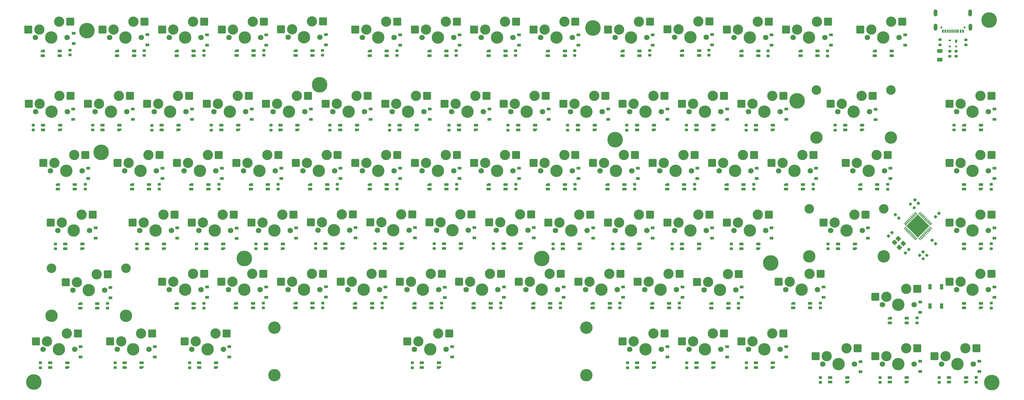
<source format=gbr>
%TF.GenerationSoftware,KiCad,Pcbnew,(6.0.6)*%
%TF.CreationDate,2022-08-08T15:17:43-04:00*%
%TF.ProjectId,Jupiter,4a757069-7465-4722-9e6b-696361645f70,rev?*%
%TF.SameCoordinates,Original*%
%TF.FileFunction,Soldermask,Bot*%
%TF.FilePolarity,Negative*%
%FSLAX46Y46*%
G04 Gerber Fmt 4.6, Leading zero omitted, Abs format (unit mm)*
G04 Created by KiCad (PCBNEW (6.0.6)) date 2022-08-08 15:17:43*
%MOMM*%
%LPD*%
G01*
G04 APERTURE LIST*
G04 Aperture macros list*
%AMRoundRect*
0 Rectangle with rounded corners*
0 $1 Rounding radius*
0 $2 $3 $4 $5 $6 $7 $8 $9 X,Y pos of 4 corners*
0 Add a 4 corners polygon primitive as box body*
4,1,4,$2,$3,$4,$5,$6,$7,$8,$9,$2,$3,0*
0 Add four circle primitives for the rounded corners*
1,1,$1+$1,$2,$3*
1,1,$1+$1,$4,$5*
1,1,$1+$1,$6,$7*
1,1,$1+$1,$8,$9*
0 Add four rect primitives between the rounded corners*
20,1,$1+$1,$2,$3,$4,$5,0*
20,1,$1+$1,$4,$5,$6,$7,0*
20,1,$1+$1,$6,$7,$8,$9,0*
20,1,$1+$1,$8,$9,$2,$3,0*%
%AMRotRect*
0 Rectangle, with rotation*
0 The origin of the aperture is its center*
0 $1 length*
0 $2 width*
0 $3 Rotation angle, in degrees counterclockwise*
0 Add horizontal line*
21,1,$1,$2,0,0,$3*%
%AMFreePoly0*
4,1,18,-0.410000,0.593000,-0.403758,0.624380,-0.385983,0.650983,-0.359380,0.668758,-0.328000,0.675000,0.328000,0.675000,0.359380,0.668758,0.385983,0.650983,0.403758,0.624380,0.410000,0.593000,0.410000,-0.593000,0.403758,-0.624380,0.385983,-0.650983,0.359380,-0.668758,0.328000,-0.675000,0.000000,-0.675000,-0.410000,-0.265000,-0.410000,0.593000,-0.410000,0.593000,$1*%
G04 Aperture macros list end*
%ADD10R,1.200000X0.900000*%
%ADD11C,5.000000*%
%ADD12C,3.048000*%
%ADD13C,3.987800*%
%ADD14C,4.000000*%
%ADD15C,1.750000*%
%ADD16RoundRect,0.250000X1.025000X1.000000X-1.025000X1.000000X-1.025000X-1.000000X1.025000X-1.000000X0*%
%ADD17C,3.300000*%
%ADD18FreePoly0,270.000000*%
%ADD19RoundRect,0.082000X-0.593000X0.328000X-0.593000X-0.328000X0.593000X-0.328000X0.593000X0.328000X0*%
%ADD20RoundRect,0.225000X-0.250000X0.225000X-0.250000X-0.225000X0.250000X-0.225000X0.250000X0.225000X0*%
%ADD21FreePoly0,90.000000*%
%ADD22RoundRect,0.082000X0.593000X-0.328000X0.593000X0.328000X-0.593000X0.328000X-0.593000X-0.328000X0*%
%ADD23RoundRect,0.225000X0.250000X-0.225000X0.250000X0.225000X-0.250000X0.225000X-0.250000X-0.225000X0*%
%ADD24RoundRect,0.225000X-0.017678X0.335876X-0.335876X0.017678X0.017678X-0.335876X0.335876X-0.017678X0*%
%ADD25RoundRect,0.200000X0.335876X0.053033X0.053033X0.335876X-0.335876X-0.053033X-0.053033X-0.335876X0*%
%ADD26RoundRect,0.200000X-0.275000X0.200000X-0.275000X-0.200000X0.275000X-0.200000X0.275000X0.200000X0*%
%ADD27RotRect,1.400000X1.200000X315.000000*%
%ADD28R,1.100000X1.800000*%
%ADD29RoundRect,0.250000X-0.625000X0.375000X-0.625000X-0.375000X0.625000X-0.375000X0.625000X0.375000X0*%
%ADD30RoundRect,0.225000X0.335876X0.017678X0.017678X0.335876X-0.335876X-0.017678X-0.017678X-0.335876X0*%
%ADD31R,0.700000X0.600000*%
%ADD32R,0.700000X1.000000*%
%ADD33RoundRect,0.225000X-0.335876X-0.017678X-0.017678X-0.335876X0.335876X0.017678X0.017678X0.335876X0*%
%ADD34O,1.200000X2.250000*%
%ADD35R,0.540000X1.100000*%
%ADD36R,0.300000X1.100000*%
%ADD37C,0.650000*%
%ADD38RoundRect,0.200000X0.053033X-0.335876X0.335876X-0.053033X-0.053033X0.335876X-0.335876X0.053033X0*%
%ADD39RotRect,5.200000X5.200000X135.000000*%
%ADD40RoundRect,0.062500X0.380070X0.291682X0.291682X0.380070X-0.380070X-0.291682X-0.291682X-0.380070X0*%
%ADD41RoundRect,0.062500X0.380070X-0.291682X-0.291682X0.380070X-0.380070X0.291682X0.291682X-0.380070X0*%
%ADD42RoundRect,0.225000X0.017678X-0.335876X0.335876X-0.017678X-0.017678X0.335876X-0.335876X0.017678X0*%
G04 APERTURE END LIST*
D10*
%TO.C,D82*%
X363200000Y-184337500D03*
X363200000Y-181037500D03*
%TD*%
%TO.C,D81*%
X344200000Y-184350000D03*
X344200000Y-181050000D03*
%TD*%
%TO.C,D80*%
X325100000Y-184437500D03*
X325100000Y-181137500D03*
%TD*%
%TO.C,D79*%
X301300000Y-179650000D03*
X301300000Y-176350000D03*
%TD*%
%TO.C,D78*%
X282300000Y-179637500D03*
X282300000Y-176337500D03*
%TD*%
%TO.C,D77*%
X263200000Y-179637500D03*
X263200000Y-176337500D03*
%TD*%
%TO.C,D76*%
X194200000Y-179637500D03*
X194200000Y-176337500D03*
%TD*%
%TO.C,D75*%
X122700000Y-179650000D03*
X122700000Y-176350000D03*
%TD*%
%TO.C,D74*%
X98900000Y-179650000D03*
X98900000Y-176350000D03*
%TD*%
%TO.C,D73*%
X75100000Y-179637500D03*
X75100000Y-176337500D03*
%TD*%
%TO.C,D72*%
X368000000Y-157237500D03*
X368000000Y-160537500D03*
%TD*%
%TO.C,D71*%
X344200000Y-162037500D03*
X344200000Y-165337500D03*
%TD*%
%TO.C,D70*%
X313200000Y-157237500D03*
X313200000Y-160537500D03*
%TD*%
%TO.C,D69*%
X287000000Y-157237500D03*
X287000000Y-160537500D03*
%TD*%
%TO.C,D68*%
X268000000Y-157237500D03*
X268000000Y-160537500D03*
%TD*%
%TO.C,D67*%
X249000000Y-157250000D03*
X249000000Y-160550000D03*
%TD*%
%TO.C,D66*%
X229900000Y-157250000D03*
X229900000Y-160550000D03*
%TD*%
%TO.C,D65*%
X210800000Y-157237500D03*
X210800000Y-160537500D03*
%TD*%
%TO.C,D64*%
X191800000Y-157337500D03*
X191800000Y-160637500D03*
%TD*%
%TO.C,D63*%
X172800000Y-157250000D03*
X172800000Y-160550000D03*
%TD*%
%TO.C,D62*%
X153700000Y-157137500D03*
X153700000Y-160437500D03*
%TD*%
%TO.C,D61*%
X134600000Y-157237500D03*
X134600000Y-160537500D03*
%TD*%
%TO.C,D60*%
X115600000Y-157237500D03*
X115600000Y-160537500D03*
%TD*%
%TO.C,D59*%
X84600000Y-157350000D03*
X84600000Y-160650000D03*
%TD*%
%TO.C,D58*%
X368000000Y-141550000D03*
X368000000Y-138250000D03*
%TD*%
%TO.C,D57*%
X327500000Y-141537500D03*
X327500000Y-138237500D03*
%TD*%
%TO.C,D56*%
X296600000Y-141550000D03*
X296600000Y-138250000D03*
%TD*%
%TO.C,D55*%
X277500000Y-141550000D03*
X277500000Y-138250000D03*
%TD*%
%TO.C,D54*%
X258500000Y-141537500D03*
X258500000Y-138237500D03*
%TD*%
%TO.C,D53*%
X239400000Y-141537500D03*
X239400000Y-138237500D03*
%TD*%
%TO.C,D52*%
X220400000Y-141437500D03*
X220400000Y-138137500D03*
%TD*%
%TO.C,D51*%
X201300000Y-141450000D03*
X201300000Y-138150000D03*
%TD*%
%TO.C,D50*%
X182300000Y-141437500D03*
X182300000Y-138137500D03*
%TD*%
%TO.C,D49*%
X163200000Y-141462500D03*
X163200000Y-138162500D03*
%TD*%
%TO.C,D48*%
X144200000Y-141537500D03*
X144200000Y-138237500D03*
%TD*%
%TO.C,D47*%
X125100000Y-141637500D03*
X125100000Y-138337500D03*
%TD*%
%TO.C,D46*%
X106100000Y-141537500D03*
X106100000Y-138237500D03*
%TD*%
%TO.C,D45*%
X79900000Y-141537500D03*
X79900000Y-138237500D03*
%TD*%
%TO.C,D44*%
X368000000Y-119137500D03*
X368000000Y-122437500D03*
%TD*%
%TO.C,D43*%
X334700000Y-119137500D03*
X334700000Y-122437500D03*
%TD*%
%TO.C,D42*%
X310900000Y-119137500D03*
X310900000Y-122437500D03*
%TD*%
%TO.C,D41*%
X291800000Y-119137500D03*
X291800000Y-122437500D03*
%TD*%
%TO.C,D40*%
X272800000Y-119137500D03*
X272800000Y-122437500D03*
%TD*%
%TO.C,D39*%
X253700000Y-119150000D03*
X253700000Y-122450000D03*
%TD*%
%TO.C,D38*%
X234700000Y-119137500D03*
X234700000Y-122437500D03*
%TD*%
%TO.C,D37*%
X215600000Y-119137500D03*
X215600000Y-122437500D03*
%TD*%
%TO.C,D36*%
X196600000Y-119150000D03*
X196600000Y-122450000D03*
%TD*%
%TO.C,D35*%
X177500000Y-119150000D03*
X177500000Y-122450000D03*
%TD*%
%TO.C,D34*%
X158400000Y-119137500D03*
X158400000Y-122437500D03*
%TD*%
%TO.C,D33*%
X139400000Y-119137500D03*
X139400000Y-122437500D03*
%TD*%
%TO.C,D32*%
X120400000Y-119137500D03*
X120400000Y-122437500D03*
%TD*%
%TO.C,D31*%
X101300000Y-119150000D03*
X101300000Y-122450000D03*
%TD*%
%TO.C,D30*%
X77500000Y-119150000D03*
X77500000Y-122450000D03*
%TD*%
%TO.C,D29*%
X368000000Y-103450000D03*
X368000000Y-100150000D03*
%TD*%
%TO.C,D28*%
X329900000Y-103550000D03*
X329900000Y-100250000D03*
%TD*%
%TO.C,D27*%
X301300000Y-103437500D03*
X301300000Y-100137500D03*
%TD*%
%TO.C,D26*%
X282300000Y-103437500D03*
X282300000Y-100137500D03*
%TD*%
%TO.C,D25*%
X263200000Y-103450000D03*
X263200000Y-100150000D03*
%TD*%
%TO.C,D24*%
X244200000Y-103437500D03*
X244200000Y-100137500D03*
%TD*%
%TO.C,D23*%
X225100000Y-103450000D03*
X225100000Y-100150000D03*
%TD*%
%TO.C,D22*%
X206100000Y-103437500D03*
X206100000Y-100137500D03*
%TD*%
%TO.C,D21*%
X187000000Y-103450000D03*
X187000000Y-100150000D03*
%TD*%
%TO.C,D20*%
X168000000Y-103437500D03*
X168000000Y-100137500D03*
%TD*%
%TO.C,D19*%
X148900000Y-103437500D03*
X148900000Y-100137500D03*
%TD*%
%TO.C,D18*%
X129900000Y-103437500D03*
X129900000Y-100137500D03*
%TD*%
%TO.C,D17*%
X110800000Y-103437500D03*
X110800000Y-100137500D03*
%TD*%
%TO.C,D16*%
X91800000Y-103450000D03*
X91800000Y-100150000D03*
%TD*%
%TO.C,D15*%
X72700000Y-103437500D03*
X72700000Y-100137500D03*
%TD*%
%TO.C,D14*%
X339400000Y-79637500D03*
X339400000Y-76337500D03*
%TD*%
%TO.C,D13*%
X315600000Y-79650000D03*
X315600000Y-76350000D03*
%TD*%
%TO.C,D12*%
X296600000Y-79650000D03*
X296600000Y-76350000D03*
%TD*%
%TO.C,D11*%
X277500000Y-79550000D03*
X277500000Y-76250000D03*
%TD*%
%TO.C,D10*%
X258500000Y-79650000D03*
X258500000Y-76350000D03*
%TD*%
%TO.C,D9*%
X234700000Y-79637500D03*
X234700000Y-76337500D03*
%TD*%
%TO.C,D8*%
X215600000Y-79662500D03*
X215600000Y-76362500D03*
%TD*%
%TO.C,D7*%
X196600000Y-79650000D03*
X196600000Y-76350000D03*
%TD*%
%TO.C,D6*%
X177500000Y-79650000D03*
X177500000Y-76350000D03*
%TD*%
%TO.C,D5*%
X153700000Y-79562500D03*
X153700000Y-76262500D03*
%TD*%
%TO.C,D4*%
X134600000Y-79637500D03*
X134600000Y-76337500D03*
%TD*%
%TO.C,D3*%
X115600000Y-79650000D03*
X115600000Y-76350000D03*
%TD*%
%TO.C,D2*%
X96500000Y-79550000D03*
X96500000Y-76250000D03*
%TD*%
%TO.C,D1*%
X72900000Y-75850000D03*
X72900000Y-79150000D03*
%TD*%
D11*
%TO.C,*%
X222900000Y-148100000D03*
%TD*%
%TO.C,*%
X239300000Y-74200000D03*
%TD*%
%TO.C,*%
X246400000Y-110000000D03*
%TD*%
%TO.C,*%
X367200000Y-187900000D03*
%TD*%
%TO.C,*%
X366300000Y-71600000D03*
%TD*%
%TO.C,*%
X77100000Y-75000000D03*
%TD*%
%TO.C,*%
X60100000Y-187700000D03*
%TD*%
D12*
%TO.C,REF\u002A\u002A*%
X65793750Y-151215000D03*
D13*
X89606250Y-166455000D03*
D12*
X89606250Y-151215000D03*
D13*
X65793750Y-166455000D03*
%TD*%
D11*
%TO.C,*%
X304800000Y-97500000D03*
%TD*%
D13*
%TO.C,REF\u002A\u002A*%
X237206250Y-185455000D03*
D14*
X237206250Y-170215000D03*
X137193750Y-170215000D03*
D13*
X137193750Y-185455000D03*
%TD*%
%TO.C,REF\u002A\u002A*%
X332506250Y-147355000D03*
D12*
X332506250Y-132115000D03*
D13*
X308693750Y-147355000D03*
D12*
X308693750Y-132115000D03*
%TD*%
%TO.C,REF\u002A\u002A*%
X310993750Y-94015000D03*
D13*
X310993750Y-109255000D03*
D12*
X334806250Y-94015000D03*
D13*
X334806250Y-109255000D03*
%TD*%
D11*
%TO.C,*%
X151700000Y-92400000D03*
%TD*%
%TO.C,*%
X127600000Y-148100000D03*
%TD*%
%TO.C,*%
X81700000Y-114000000D03*
%TD*%
%TO.C,*%
X296300000Y-149500000D03*
%TD*%
D15*
%TO.C,K_T1*%
X175580000Y-120000000D03*
X165420000Y-120000000D03*
D13*
X170500000Y-120000000D03*
D16*
X163140000Y-117460000D03*
D17*
X166690000Y-117460000D03*
X173040000Y-114920000D03*
D16*
X176590000Y-114920000D03*
%TD*%
D18*
%TO.C,LED_R1*%
X148675000Y-124330000D03*
D19*
X148675000Y-125830000D03*
X154125000Y-124330000D03*
X154125000Y-125830000D03*
%TD*%
D13*
%TO.C,K_E1*%
X132400000Y-120000000D03*
D15*
X127320000Y-120000000D03*
X137480000Y-120000000D03*
D16*
X125040000Y-117460000D03*
D17*
X128590000Y-117460000D03*
X134940000Y-114920000D03*
D16*
X138490000Y-114920000D03*
%TD*%
D15*
%TO.C,K_pgUp1*%
X366080000Y-120000000D03*
X355920000Y-120000000D03*
D13*
X361000000Y-120000000D03*
D17*
X357190000Y-117460000D03*
D16*
X353640000Y-117460000D03*
D17*
X363540000Y-114920000D03*
D16*
X367090000Y-114920000D03*
%TD*%
D20*
%TO.C,C29*%
X193200000Y-106900000D03*
X193200000Y-105350000D03*
%TD*%
D21*
%TO.C,LED_quote1*%
X292325000Y-144930000D03*
D22*
X292325000Y-143430000D03*
X286875000Y-144930000D03*
X286875000Y-143430000D03*
%TD*%
D23*
%TO.C,C64*%
X114600000Y-162450000D03*
X114600000Y-164000000D03*
%TD*%
D20*
%TO.C,C26*%
X136100000Y-106900000D03*
X136100000Y-105350000D03*
%TD*%
D15*
%TO.C,K_rightArrow1*%
X351120000Y-181900000D03*
D13*
X356200000Y-181900000D03*
D15*
X361280000Y-181900000D03*
D16*
X348840000Y-179360000D03*
D17*
X352390000Y-179360000D03*
X358740000Y-176820000D03*
D16*
X362290000Y-176820000D03*
%TD*%
D21*
%TO.C,LED_5*%
X163725000Y-106830000D03*
D22*
X163725000Y-105330000D03*
X158275000Y-106830000D03*
X158275000Y-105330000D03*
%TD*%
D24*
%TO.C,C5*%
X344083984Y-147026016D03*
X345180000Y-145930000D03*
%TD*%
D18*
%TO.C,LED_leftShift1*%
X74975000Y-162530000D03*
D19*
X74975000Y-164030000D03*
X80425000Y-162530000D03*
X80425000Y-164030000D03*
%TD*%
D23*
%TO.C,C8*%
X71700000Y-81250000D03*
X71700000Y-82800000D03*
%TD*%
%TO.C,C69*%
X209800000Y-162350000D03*
X209800000Y-163900000D03*
%TD*%
D13*
%TO.C,K_B1*%
X184800000Y-158100000D03*
D15*
X189880000Y-158100000D03*
X179720000Y-158100000D03*
D16*
X177440000Y-155560000D03*
D17*
X180990000Y-155560000D03*
D16*
X190890000Y-153020000D03*
D17*
X187340000Y-153020000D03*
%TD*%
D20*
%TO.C,C59*%
X245700000Y-144950000D03*
X245700000Y-143400000D03*
%TD*%
D23*
%TO.C,C49*%
X76600000Y-124250000D03*
X76600000Y-125800000D03*
%TD*%
D18*
%TO.C,LED_F5*%
X167775000Y-81530000D03*
D19*
X167775000Y-83030000D03*
X173225000Y-81530000D03*
X173225000Y-83030000D03*
%TD*%
D23*
%TO.C,C40*%
X252700000Y-124250000D03*
X252700000Y-125800000D03*
%TD*%
%TO.C,C73*%
X286000000Y-162450000D03*
X286000000Y-164000000D03*
%TD*%
D25*
%TO.C,R2*%
X341133274Y-130633274D03*
X342300000Y-131800000D03*
%TD*%
D23*
%TO.C,C66*%
X152700000Y-162350000D03*
X152700000Y-163900000D03*
%TD*%
%TO.C,C21*%
X355100000Y-105300000D03*
X355100000Y-106850000D03*
%TD*%
D20*
%TO.C,C79*%
X181400000Y-183100000D03*
X181400000Y-181550000D03*
%TD*%
D23*
%TO.C,C67*%
X171800000Y-162350000D03*
X171800000Y-163900000D03*
%TD*%
D15*
%TO.C,K_G1*%
X180380000Y-139000000D03*
X170220000Y-139000000D03*
D13*
X175300000Y-139000000D03*
D17*
X171490000Y-136460000D03*
D16*
X167940000Y-136460000D03*
X181390000Y-133920000D03*
D17*
X177840000Y-133920000D03*
%TD*%
D20*
%TO.C,C31*%
X231200000Y-106900000D03*
X231200000Y-105350000D03*
%TD*%
D21*
%TO.C,LED_tilda1*%
X68525000Y-106830000D03*
D22*
X68525000Y-105330000D03*
X63075000Y-106830000D03*
X63075000Y-105330000D03*
%TD*%
D20*
%TO.C,C60*%
X264700000Y-144950000D03*
X264700000Y-143400000D03*
%TD*%
D15*
%TO.C,K_I1*%
X222520000Y-120000000D03*
X232680000Y-120000000D03*
D13*
X227600000Y-120000000D03*
D17*
X223790000Y-117460000D03*
D16*
X220240000Y-117460000D03*
D17*
X230140000Y-114920000D03*
D16*
X233690000Y-114920000D03*
%TD*%
D20*
%TO.C,C52*%
X112200000Y-144950000D03*
X112200000Y-143400000D03*
%TD*%
D13*
%TO.C,K_V1*%
X165800000Y-158100000D03*
D15*
X160720000Y-158100000D03*
X170880000Y-158100000D03*
D17*
X161990000Y-155560000D03*
D16*
X158440000Y-155560000D03*
X171890000Y-153020000D03*
D17*
X168340000Y-153020000D03*
%TD*%
D20*
%TO.C,C27*%
X155000000Y-106900000D03*
X155000000Y-105350000D03*
%TD*%
D21*
%TO.C,LED_J1*%
X216125000Y-144830000D03*
D22*
X216125000Y-143330000D03*
X210675000Y-144830000D03*
X210675000Y-143330000D03*
%TD*%
D21*
%TO.C,LED_rightAlt1*%
X258925000Y-183030000D03*
D22*
X258925000Y-181530000D03*
X253475000Y-183030000D03*
X253475000Y-181530000D03*
%TD*%
D21*
%TO.C,LED_D1*%
X139925000Y-144930000D03*
D22*
X139925000Y-143430000D03*
X134475000Y-144930000D03*
X134475000Y-143430000D03*
%TD*%
D23*
%TO.C,C20*%
X314500000Y-81550000D03*
X314500000Y-83100000D03*
%TD*%
D21*
%TO.C,LED_4*%
X144625000Y-106830000D03*
D22*
X144625000Y-105330000D03*
X139175000Y-106830000D03*
X139175000Y-105330000D03*
%TD*%
D23*
%TO.C,C65*%
X133700000Y-162350000D03*
X133700000Y-163900000D03*
%TD*%
D15*
%TO.C,K_enter1*%
X325680000Y-139100000D03*
D13*
X320600000Y-139100000D03*
D15*
X315520000Y-139100000D03*
D17*
X316790000Y-136560000D03*
D16*
X313240000Y-136560000D03*
X326690000Y-134020000D03*
D17*
X323140000Y-134020000D03*
%TD*%
D20*
%TO.C,C87*%
X367000000Y-163950000D03*
X367000000Y-162400000D03*
%TD*%
D23*
%TO.C,C74*%
X312200000Y-162350000D03*
X312200000Y-163900000D03*
%TD*%
%TO.C,C46*%
X138400000Y-124250000D03*
X138400000Y-125800000D03*
%TD*%
D21*
%TO.C,LED_6*%
X182825000Y-106830000D03*
D22*
X182825000Y-105330000D03*
X177375000Y-106830000D03*
X177375000Y-105330000D03*
%TD*%
D21*
%TO.C,LED_equals1*%
X297025000Y-106830000D03*
D22*
X297025000Y-105330000D03*
X291575000Y-106830000D03*
X291575000Y-105330000D03*
%TD*%
D18*
%TO.C,LED_N1*%
X201075000Y-162430000D03*
D19*
X201075000Y-163930000D03*
X206525000Y-162430000D03*
X206525000Y-163930000D03*
%TD*%
D23*
%TO.C,C41*%
X233600000Y-124250000D03*
X233600000Y-125800000D03*
%TD*%
D15*
%TO.C,K_end1*%
X366080000Y-158100000D03*
D13*
X361000000Y-158100000D03*
D15*
X355920000Y-158100000D03*
D17*
X357190000Y-155560000D03*
D16*
X353640000Y-155560000D03*
X367090000Y-153020000D03*
D17*
X363540000Y-153020000D03*
%TD*%
D18*
%TO.C,LED_rightShift1*%
X303475000Y-162430000D03*
D19*
X303475000Y-163930000D03*
X308925000Y-162430000D03*
X308925000Y-163930000D03*
%TD*%
D18*
%TO.C,LED_P1*%
X263075000Y-124330000D03*
D19*
X263075000Y-125830000D03*
X268525000Y-124330000D03*
X268525000Y-125830000D03*
%TD*%
D15*
%TO.C,K_tilda1*%
X60720000Y-101000000D03*
D13*
X65800000Y-101000000D03*
D15*
X70880000Y-101000000D03*
D17*
X61990000Y-98460000D03*
D16*
X58440000Y-98460000D03*
D17*
X68340000Y-95920000D03*
D16*
X71890000Y-95920000D03*
%TD*%
D18*
%TO.C,LED_F4*%
X143975000Y-81430000D03*
D19*
X143975000Y-82930000D03*
X149425000Y-81430000D03*
X149425000Y-82930000D03*
%TD*%
D18*
%TO.C,LED_upArrow1*%
X334475000Y-167230000D03*
D19*
X334475000Y-168730000D03*
X339925000Y-167230000D03*
X339925000Y-168730000D03*
%TD*%
D18*
%TO.C,LED_F6*%
X186875000Y-81530000D03*
D19*
X186875000Y-83030000D03*
X192325000Y-81530000D03*
X192325000Y-83030000D03*
%TD*%
D18*
%TO.C,LED_X1*%
X124875000Y-162430000D03*
D19*
X124875000Y-163930000D03*
X130325000Y-162430000D03*
X130325000Y-163930000D03*
%TD*%
D13*
%TO.C,K_rightAlt1*%
X256200000Y-177200000D03*
D15*
X261280000Y-177200000D03*
X251120000Y-177200000D03*
D17*
X252390000Y-174660000D03*
D16*
X248840000Y-174660000D03*
D17*
X258740000Y-172120000D03*
D16*
X262290000Y-172120000D03*
%TD*%
D18*
%TO.C,LED_esc1*%
X62975000Y-81530000D03*
D19*
X62975000Y-83030000D03*
X68425000Y-81530000D03*
X68425000Y-83030000D03*
%TD*%
D21*
%TO.C,LED_K1*%
X235125000Y-144930000D03*
D22*
X235125000Y-143430000D03*
X229675000Y-144930000D03*
X229675000Y-143430000D03*
%TD*%
D15*
%TO.C,K_7*%
X194020000Y-101000000D03*
X204180000Y-101000000D03*
D13*
X199100000Y-101000000D03*
D17*
X195290000Y-98460000D03*
D16*
X191740000Y-98460000D03*
D17*
X201640000Y-95920000D03*
D16*
X205190000Y-95920000D03*
%TD*%
D13*
%TO.C,K_A1*%
X99100000Y-139100000D03*
D15*
X94020000Y-139100000D03*
X104180000Y-139100000D03*
D16*
X91740000Y-136560000D03*
D17*
X95290000Y-136560000D03*
X101640000Y-134020000D03*
D16*
X105190000Y-134020000D03*
%TD*%
D20*
%TO.C,C22*%
X59900000Y-106850000D03*
X59900000Y-105300000D03*
%TD*%
%TO.C,C30*%
X212100000Y-106900000D03*
X212100000Y-105350000D03*
%TD*%
D15*
%TO.C,K_home1*%
X366080000Y-101000000D03*
D13*
X361000000Y-101000000D03*
D15*
X355920000Y-101000000D03*
D16*
X353640000Y-98460000D03*
D17*
X357190000Y-98460000D03*
X363540000Y-95920000D03*
D16*
X367090000Y-95920000D03*
%TD*%
D15*
%TO.C,K_space1*%
X182120000Y-177200000D03*
X192280000Y-177200000D03*
D13*
X187200000Y-177200000D03*
D17*
X183390000Y-174660000D03*
D16*
X179840000Y-174660000D03*
D17*
X189740000Y-172120000D03*
D16*
X193290000Y-172120000D03*
%TD*%
D18*
%TO.C,LED_F2*%
X105875000Y-81530000D03*
D19*
X105875000Y-83030000D03*
X111325000Y-81530000D03*
X111325000Y-83030000D03*
%TD*%
D23*
%TO.C,C39*%
X271900000Y-124250000D03*
X271900000Y-125800000D03*
%TD*%
%TO.C,C13*%
X176500000Y-81450000D03*
X176500000Y-83000000D03*
%TD*%
D18*
%TO.C,LED_F7*%
X205875000Y-81530000D03*
D19*
X205875000Y-83030000D03*
X211325000Y-81530000D03*
X211325000Y-83030000D03*
%TD*%
D20*
%TO.C,C57*%
X207400000Y-144850000D03*
X207400000Y-143300000D03*
%TD*%
D24*
%TO.C,C4*%
X349103984Y-134696016D03*
X350200000Y-133600000D03*
%TD*%
D18*
%TO.C,LED_Z1*%
X105875000Y-162530000D03*
D19*
X105875000Y-164030000D03*
X111325000Y-162530000D03*
X111325000Y-164030000D03*
%TD*%
D26*
%TO.C,R4*%
X355750000Y-81600000D03*
X355750000Y-83250000D03*
%TD*%
D21*
%TO.C,LED_minus1*%
X277975000Y-106810000D03*
D22*
X277975000Y-105310000D03*
X272525000Y-106810000D03*
X272525000Y-105310000D03*
%TD*%
D20*
%TO.C,C58*%
X226500000Y-144950000D03*
X226500000Y-143400000D03*
%TD*%
D15*
%TO.C,K_U1*%
X213680000Y-120000000D03*
D13*
X208600000Y-120000000D03*
D15*
X203520000Y-120000000D03*
D16*
X201240000Y-117460000D03*
D17*
X204790000Y-117460000D03*
D16*
X214690000Y-114920000D03*
D17*
X211140000Y-114920000D03*
%TD*%
D21*
%TO.C,LED_A1*%
X101825000Y-144930000D03*
D22*
X101825000Y-143430000D03*
X96375000Y-144930000D03*
X96375000Y-143430000D03*
%TD*%
D20*
%TO.C,C84*%
X331400000Y-187800000D03*
X331400000Y-186250000D03*
%TD*%
%TO.C,C51*%
X93100000Y-144950000D03*
X93100000Y-143400000D03*
%TD*%
D27*
%TO.C,Y1*%
X336021142Y-142923223D03*
X337576777Y-144478858D03*
X338778858Y-143276777D03*
X337223223Y-141721142D03*
%TD*%
D13*
%TO.C,K_leftAlt1*%
X115800000Y-177200000D03*
D15*
X120880000Y-177200000D03*
X110720000Y-177200000D03*
D16*
X108440000Y-174660000D03*
D17*
X111990000Y-174660000D03*
D16*
X121890000Y-172120000D03*
D17*
X118340000Y-172120000D03*
%TD*%
D21*
%TO.C,LED_H1*%
X197025000Y-144830000D03*
D22*
X197025000Y-143330000D03*
X191575000Y-144830000D03*
X191575000Y-143330000D03*
%TD*%
D23*
%TO.C,C44*%
X176500000Y-124250000D03*
X176500000Y-125800000D03*
%TD*%
D18*
%TO.C,LED_F11*%
X286875000Y-81530000D03*
D19*
X286875000Y-83030000D03*
X292325000Y-81530000D03*
X292325000Y-83030000D03*
%TD*%
D18*
%TO.C,LED_M1*%
X220175000Y-162430000D03*
D19*
X220175000Y-163930000D03*
X225625000Y-162430000D03*
X225625000Y-163930000D03*
%TD*%
D18*
%TO.C,LED_closeBracket1*%
X301175000Y-124330000D03*
D19*
X301175000Y-125830000D03*
X306625000Y-124330000D03*
X306625000Y-125830000D03*
%TD*%
D21*
%TO.C,LED_windows1*%
X94625000Y-183030000D03*
D22*
X94625000Y-181530000D03*
X89175000Y-183030000D03*
X89175000Y-181530000D03*
%TD*%
D23*
%TO.C,C48*%
X100300000Y-124250000D03*
X100300000Y-125800000D03*
%TD*%
D13*
%TO.C,K_F2*%
X108600000Y-77200000D03*
D15*
X113680000Y-77200000D03*
X103520000Y-77200000D03*
D16*
X101240000Y-74660000D03*
D17*
X104790000Y-74660000D03*
D16*
X114690000Y-72120000D03*
D17*
X111140000Y-72120000D03*
%TD*%
D21*
%TO.C,LED_rightControl1*%
X297025000Y-183030000D03*
D22*
X297025000Y-181530000D03*
X291575000Y-183030000D03*
X291575000Y-181530000D03*
%TD*%
D23*
%TO.C,C37*%
X309900000Y-124250000D03*
X309900000Y-125800000D03*
%TD*%
D13*
%TO.C,K_F3*%
X127700000Y-77200000D03*
D15*
X132780000Y-77200000D03*
X122620000Y-77200000D03*
D16*
X120340000Y-74660000D03*
D17*
X123890000Y-74660000D03*
D16*
X133790000Y-72120000D03*
D17*
X130240000Y-72120000D03*
%TD*%
D23*
%TO.C,C9*%
X95500000Y-81450000D03*
X95500000Y-83000000D03*
%TD*%
D15*
%TO.C,K_M1*%
X217820000Y-158100000D03*
D13*
X222900000Y-158100000D03*
D15*
X227980000Y-158100000D03*
D16*
X215540000Y-155560000D03*
D17*
X219090000Y-155560000D03*
D16*
X228990000Y-153020000D03*
D17*
X225440000Y-153020000D03*
%TD*%
D15*
%TO.C,K_windows1*%
X86820000Y-177200000D03*
D13*
X91900000Y-177200000D03*
D15*
X96980000Y-177200000D03*
D16*
X84540000Y-174660000D03*
D17*
X88090000Y-174660000D03*
D16*
X97990000Y-172120000D03*
D17*
X94440000Y-172120000D03*
%TD*%
D20*
%TO.C,C32*%
X250200000Y-106900000D03*
X250200000Y-105350000D03*
%TD*%
D15*
%TO.C,K_R1*%
X146320000Y-120000000D03*
X156480000Y-120000000D03*
D13*
X151400000Y-120000000D03*
D17*
X147590000Y-117460000D03*
D16*
X144040000Y-117460000D03*
D17*
X153940000Y-114920000D03*
D16*
X157490000Y-114920000D03*
%TD*%
D23*
%TO.C,C71*%
X248000000Y-162350000D03*
X248000000Y-163900000D03*
%TD*%
D20*
%TO.C,C76*%
X62200000Y-183100000D03*
X62200000Y-181550000D03*
%TD*%
D15*
%TO.C,K_2*%
X98720000Y-101000000D03*
D13*
X103800000Y-101000000D03*
D15*
X108880000Y-101000000D03*
D16*
X96440000Y-98460000D03*
D17*
X99990000Y-98460000D03*
D16*
X109890000Y-95920000D03*
D17*
X106340000Y-95920000D03*
%TD*%
D15*
%TO.C,K_leftShift1*%
X82780000Y-158200000D03*
D13*
X77700000Y-158200000D03*
D15*
X72620000Y-158200000D03*
D17*
X73890000Y-155660000D03*
D16*
X70340000Y-155660000D03*
D17*
X80240000Y-153120000D03*
D16*
X83790000Y-153120000D03*
%TD*%
D28*
%TO.C,SW1*%
X351050000Y-157100000D03*
X347350000Y-163300000D03*
X347350000Y-157100000D03*
X351050000Y-163300000D03*
%TD*%
D15*
%TO.C,K_F1*%
X94580000Y-77200000D03*
D13*
X89500000Y-77200000D03*
D15*
X84420000Y-77200000D03*
D16*
X82140000Y-74660000D03*
D17*
X85690000Y-74660000D03*
X92040000Y-72120000D03*
D16*
X95590000Y-72120000D03*
%TD*%
D21*
%TO.C,LED_function1*%
X277925000Y-183030000D03*
D22*
X277925000Y-181530000D03*
X272475000Y-183030000D03*
X272475000Y-181530000D03*
%TD*%
D13*
%TO.C,K_9*%
X237200000Y-101000000D03*
D15*
X232120000Y-101000000D03*
X242280000Y-101000000D03*
D17*
X233390000Y-98460000D03*
D16*
X229840000Y-98460000D03*
D17*
X239740000Y-95920000D03*
D16*
X243290000Y-95920000D03*
%TD*%
D20*
%TO.C,C35*%
X317000000Y-106900000D03*
X317000000Y-105350000D03*
%TD*%
D21*
%TO.C,LED_3*%
X125625000Y-106830000D03*
D22*
X125625000Y-105330000D03*
X120175000Y-106830000D03*
X120175000Y-105330000D03*
%TD*%
D21*
%TO.C,LED_7*%
X201825000Y-106830000D03*
D22*
X201825000Y-105330000D03*
X196375000Y-106830000D03*
X196375000Y-105330000D03*
%TD*%
D15*
%TO.C,K_D1*%
X142280000Y-139100000D03*
D13*
X137200000Y-139100000D03*
D15*
X132120000Y-139100000D03*
D16*
X129840000Y-136560000D03*
D17*
X133390000Y-136560000D03*
X139740000Y-134020000D03*
D16*
X143290000Y-134020000D03*
%TD*%
D18*
%TO.C,LED_C1*%
X143985000Y-162370000D03*
D19*
X143985000Y-163870000D03*
X149435000Y-162370000D03*
X149435000Y-163870000D03*
%TD*%
D29*
%TO.C,F1*%
X350500000Y-81500000D03*
X350500000Y-84300000D03*
%TD*%
D18*
%TO.C,LED_F9*%
X248775000Y-81530000D03*
D19*
X248775000Y-83030000D03*
X254225000Y-81530000D03*
X254225000Y-83030000D03*
%TD*%
D15*
%TO.C,K_leftArrow1*%
X313020000Y-181900000D03*
X323180000Y-181900000D03*
D13*
X318100000Y-181900000D03*
D17*
X314290000Y-179360000D03*
D16*
X310740000Y-179360000D03*
X324190000Y-176820000D03*
D17*
X320640000Y-176820000D03*
%TD*%
D23*
%TO.C,C38*%
X290900000Y-124250000D03*
X290900000Y-125800000D03*
%TD*%
D20*
%TO.C,C56*%
X188400000Y-144850000D03*
X188400000Y-143300000D03*
%TD*%
D15*
%TO.C,K_F11*%
X284520000Y-77200000D03*
X294680000Y-77200000D03*
D13*
X289600000Y-77200000D03*
D17*
X285790000Y-74660000D03*
D16*
X282240000Y-74660000D03*
D17*
X292140000Y-72120000D03*
D16*
X295690000Y-72120000D03*
%TD*%
D13*
%TO.C,K_period1*%
X261000000Y-158100000D03*
D15*
X255920000Y-158100000D03*
X266080000Y-158100000D03*
D16*
X253640000Y-155560000D03*
D17*
X257190000Y-155560000D03*
D16*
X267090000Y-153020000D03*
D17*
X263540000Y-153020000D03*
%TD*%
D20*
%TO.C,C33*%
X269300000Y-106875000D03*
X269300000Y-105325000D03*
%TD*%
D23*
%TO.C,C43*%
X195600000Y-124250000D03*
X195600000Y-125800000D03*
%TD*%
D15*
%TO.C,K_tab1*%
X75580000Y-120000000D03*
D13*
X70500000Y-120000000D03*
D15*
X65420000Y-120000000D03*
D17*
X66690000Y-117460000D03*
D16*
X63140000Y-117460000D03*
X76590000Y-114920000D03*
D17*
X73040000Y-114920000D03*
%TD*%
D21*
%TO.C,LED_capsLock1*%
X75625000Y-144930000D03*
D22*
X75625000Y-143430000D03*
X70175000Y-144930000D03*
X70175000Y-143430000D03*
%TD*%
D21*
%TO.C,LED_downArrow1*%
X339925000Y-187730000D03*
D22*
X339925000Y-186230000D03*
X334475000Y-187730000D03*
X334475000Y-186230000D03*
%TD*%
D21*
%TO.C,LED_end1*%
X363725000Y-163930000D03*
D22*
X363725000Y-162430000D03*
X358275000Y-163930000D03*
X358275000Y-162430000D03*
%TD*%
D30*
%TO.C,C6*%
X336251992Y-134051992D03*
X337348008Y-135148008D03*
%TD*%
D18*
%TO.C,LED_E1*%
X129675000Y-124330000D03*
D19*
X129675000Y-125830000D03*
X135125000Y-124330000D03*
X135125000Y-125830000D03*
%TD*%
D23*
%TO.C,C15*%
X214500000Y-81450000D03*
X214500000Y-83000000D03*
%TD*%
%TO.C,C36*%
X333800000Y-124300000D03*
X333800000Y-125850000D03*
%TD*%
D15*
%TO.C,K_rightShift1*%
X301120000Y-158100000D03*
X311280000Y-158100000D03*
D13*
X306200000Y-158100000D03*
D16*
X298840000Y-155560000D03*
D17*
X302390000Y-155560000D03*
X308740000Y-153020000D03*
D16*
X312290000Y-153020000D03*
%TD*%
D13*
%TO.C,K_minus1*%
X275250000Y-100980000D03*
D15*
X270170000Y-100980000D03*
X280330000Y-100980000D03*
D17*
X271440000Y-98440000D03*
D16*
X267890000Y-98440000D03*
D17*
X277790000Y-95900000D03*
D16*
X281340000Y-95900000D03*
%TD*%
D15*
%TO.C,K_W1*%
X108220000Y-120000000D03*
D13*
X113300000Y-120000000D03*
D15*
X118380000Y-120000000D03*
D17*
X109490000Y-117460000D03*
D16*
X105940000Y-117460000D03*
D17*
X115840000Y-114920000D03*
D16*
X119390000Y-114920000D03*
%TD*%
D15*
%TO.C,K_5*%
X155920000Y-101000000D03*
D13*
X161000000Y-101000000D03*
D15*
X166080000Y-101000000D03*
D17*
X157190000Y-98460000D03*
D16*
X153640000Y-98460000D03*
D17*
X163540000Y-95920000D03*
D16*
X167090000Y-95920000D03*
%TD*%
D26*
%TO.C,R6*%
X358900000Y-79600000D03*
X358900000Y-77950000D03*
%TD*%
D13*
%TO.C,K_3*%
X122900000Y-101000000D03*
D15*
X127980000Y-101000000D03*
X117820000Y-101000000D03*
D16*
X115540000Y-98460000D03*
D17*
X119090000Y-98460000D03*
D16*
X128990000Y-95920000D03*
D17*
X125440000Y-95920000D03*
%TD*%
D20*
%TO.C,C28*%
X174100000Y-106900000D03*
X174100000Y-105350000D03*
%TD*%
%TO.C,C62*%
X314700000Y-144950000D03*
X314700000Y-143400000D03*
%TD*%
D13*
%TO.C,K_quote1*%
X289600000Y-139100000D03*
D15*
X294680000Y-139100000D03*
X284520000Y-139100000D03*
D16*
X282240000Y-136560000D03*
D17*
X285790000Y-136560000D03*
X292140000Y-134020000D03*
D16*
X295690000Y-134020000D03*
%TD*%
D23*
%TO.C,C12*%
X152600000Y-81350000D03*
X152600000Y-82900000D03*
%TD*%
D21*
%TO.C,LED_pgUp1*%
X363725000Y-125830000D03*
D22*
X363725000Y-124330000D03*
X358275000Y-125830000D03*
X358275000Y-124330000D03*
%TD*%
D15*
%TO.C,K_F7*%
X203520000Y-77200000D03*
X213680000Y-77200000D03*
D13*
X208600000Y-77200000D03*
D17*
X204790000Y-74660000D03*
D16*
X201240000Y-74660000D03*
X214690000Y-72120000D03*
D17*
X211140000Y-72120000D03*
%TD*%
D15*
%TO.C,K_K1*%
X227320000Y-139100000D03*
D13*
X232400000Y-139100000D03*
D15*
X237480000Y-139100000D03*
D17*
X228590000Y-136560000D03*
D16*
X225040000Y-136560000D03*
D17*
X234940000Y-134020000D03*
D16*
X238490000Y-134020000D03*
%TD*%
D15*
%TO.C,K_comma1*%
X236920000Y-158100000D03*
D13*
X242000000Y-158100000D03*
D15*
X247080000Y-158100000D03*
D16*
X234640000Y-155560000D03*
D17*
X238190000Y-155560000D03*
D16*
X248090000Y-153020000D03*
D17*
X244540000Y-153020000D03*
%TD*%
D18*
%TO.C,LED_Q1*%
X91575000Y-124330000D03*
D19*
X91575000Y-125830000D03*
X97025000Y-124330000D03*
X97025000Y-125830000D03*
%TD*%
D21*
%TO.C,LED_colon1*%
X273325000Y-144930000D03*
D22*
X273325000Y-143430000D03*
X267875000Y-144930000D03*
X267875000Y-143430000D03*
%TD*%
D13*
%TO.C,K_1*%
X84800000Y-101000000D03*
D15*
X89880000Y-101000000D03*
X79720000Y-101000000D03*
D17*
X80990000Y-98460000D03*
D16*
X77440000Y-98460000D03*
D17*
X87340000Y-95920000D03*
D16*
X90890000Y-95920000D03*
%TD*%
D13*
%TO.C,K_4*%
X141900000Y-101000000D03*
D15*
X136820000Y-101000000D03*
X146980000Y-101000000D03*
D16*
X134540000Y-98460000D03*
D17*
X138090000Y-98460000D03*
X144440000Y-95920000D03*
D16*
X147990000Y-95920000D03*
%TD*%
D23*
%TO.C,C19*%
X295500000Y-81550000D03*
X295500000Y-83100000D03*
%TD*%
D13*
%TO.C,K_0*%
X256200000Y-101000000D03*
D15*
X261280000Y-101000000D03*
X251120000Y-101000000D03*
D17*
X252390000Y-98460000D03*
D16*
X248840000Y-98460000D03*
X262290000Y-95920000D03*
D17*
X258740000Y-95920000D03*
%TD*%
D13*
%TO.C,K_L1*%
X251500000Y-139100000D03*
D15*
X256580000Y-139100000D03*
X246420000Y-139100000D03*
D17*
X247690000Y-136560000D03*
D16*
X244140000Y-136560000D03*
D17*
X254040000Y-134020000D03*
D16*
X257590000Y-134020000D03*
%TD*%
D23*
%TO.C,C18*%
X276500000Y-81300000D03*
X276500000Y-82850000D03*
%TD*%
D20*
%TO.C,C83*%
X312200000Y-187800000D03*
X312200000Y-186250000D03*
%TD*%
D23*
%TO.C,C63*%
X83700000Y-162450000D03*
X83700000Y-164000000D03*
%TD*%
D13*
%TO.C,K_closeBracket1*%
X303900000Y-120000000D03*
D15*
X298820000Y-120000000D03*
X308980000Y-120000000D03*
D17*
X300090000Y-117460000D03*
D16*
X296540000Y-117460000D03*
D17*
X306440000Y-114920000D03*
D16*
X309990000Y-114920000D03*
%TD*%
D21*
%TO.C,LED_9*%
X239925000Y-106830000D03*
D22*
X239925000Y-105330000D03*
X234475000Y-106830000D03*
X234475000Y-105330000D03*
%TD*%
D31*
%TO.C,U2*%
X353750000Y-78160000D03*
X353750000Y-80060000D03*
X355750000Y-80060000D03*
D32*
X355750000Y-78360000D03*
%TD*%
D13*
%TO.C,K_Y1*%
X189600000Y-120000000D03*
D15*
X194680000Y-120000000D03*
X184520000Y-120000000D03*
D17*
X185790000Y-117460000D03*
D16*
X182240000Y-117460000D03*
D17*
X192140000Y-114920000D03*
D16*
X195690000Y-114920000D03*
%TD*%
D23*
%TO.C,C45*%
X157400000Y-124250000D03*
X157400000Y-125800000D03*
%TD*%
D15*
%TO.C,K_backSlash1*%
X322620000Y-120000000D03*
D13*
X327700000Y-120000000D03*
D15*
X332780000Y-120000000D03*
D17*
X323890000Y-117460000D03*
D16*
X320340000Y-117460000D03*
X333790000Y-114920000D03*
D17*
X330240000Y-114920000D03*
%TD*%
D20*
%TO.C,C54*%
X150400000Y-144850000D03*
X150400000Y-143300000D03*
%TD*%
D23*
%TO.C,C14*%
X195500000Y-81450000D03*
X195500000Y-83000000D03*
%TD*%
D33*
%TO.C,C3*%
X349100000Y-143300000D03*
X348003984Y-142203984D03*
%TD*%
D20*
%TO.C,C25*%
X117000000Y-106900000D03*
X117000000Y-105350000D03*
%TD*%
D18*
%TO.C,LED_F1*%
X86775000Y-81530000D03*
D19*
X86775000Y-83030000D03*
X92225000Y-81530000D03*
X92225000Y-83030000D03*
%TD*%
D15*
%TO.C,K_upArrow1*%
X332120000Y-162900000D03*
D13*
X337200000Y-162900000D03*
D15*
X342280000Y-162900000D03*
D16*
X329840000Y-160360000D03*
D17*
X333390000Y-160360000D03*
D16*
X343290000Y-157820000D03*
D17*
X339740000Y-157820000D03*
%TD*%
D21*
%TO.C,LED_backspace1*%
X325625000Y-106830000D03*
D22*
X325625000Y-105330000D03*
X320175000Y-106830000D03*
X320175000Y-105330000D03*
%TD*%
D18*
%TO.C,LED_T1*%
X167775000Y-124330000D03*
D19*
X167775000Y-125830000D03*
X173225000Y-124330000D03*
X173225000Y-125830000D03*
%TD*%
D26*
%TO.C,R3*%
X353750000Y-81600000D03*
X353750000Y-83250000D03*
%TD*%
D20*
%TO.C,C55*%
X169500000Y-144875000D03*
X169500000Y-143325000D03*
%TD*%
D15*
%TO.C,K_S1*%
X113020000Y-139100000D03*
X123180000Y-139100000D03*
D13*
X118100000Y-139100000D03*
D17*
X114290000Y-136560000D03*
D16*
X110740000Y-136560000D03*
D17*
X120640000Y-134020000D03*
D16*
X124190000Y-134020000D03*
%TD*%
D21*
%TO.C,LED_0*%
X258925000Y-106830000D03*
D22*
X258925000Y-105330000D03*
X253475000Y-106830000D03*
X253475000Y-105330000D03*
%TD*%
D18*
%TO.C,LED_F8*%
X224875000Y-81530000D03*
D19*
X224875000Y-83030000D03*
X230325000Y-81530000D03*
X230325000Y-83030000D03*
%TD*%
D15*
%TO.C,K_F4*%
X141620000Y-77100000D03*
X151780000Y-77100000D03*
D13*
X146700000Y-77100000D03*
D16*
X139340000Y-74560000D03*
D17*
X142890000Y-74560000D03*
X149240000Y-72020000D03*
D16*
X152790000Y-72020000D03*
%TD*%
D18*
%TO.C,LED_period1*%
X258275000Y-162430000D03*
D19*
X258275000Y-163930000D03*
X263725000Y-162430000D03*
X263725000Y-163930000D03*
%TD*%
D34*
%TO.C,J1*%
X360265000Y-69322500D03*
X349115000Y-69322500D03*
X349135000Y-73922500D03*
X360285000Y-73922500D03*
D35*
X351510000Y-75202500D03*
X352260000Y-75202500D03*
D36*
X352960000Y-75202500D03*
X353960000Y-75202500D03*
X355460000Y-75202500D03*
X356460000Y-75202500D03*
D35*
X357160000Y-75202500D03*
X357910000Y-75202500D03*
X357910000Y-75202500D03*
X357160000Y-75202500D03*
D36*
X355960000Y-75202500D03*
X354960000Y-75202500D03*
X354460000Y-75202500D03*
X353460000Y-75202500D03*
D35*
X352260000Y-75202500D03*
X351510000Y-75202500D03*
D37*
X358460000Y-74002500D03*
X350960000Y-74002500D03*
%TD*%
D20*
%TO.C,C81*%
X269400000Y-183100000D03*
X269400000Y-181550000D03*
%TD*%
%TO.C,C82*%
X288500000Y-183100000D03*
X288500000Y-181550000D03*
%TD*%
D15*
%TO.C,K_Z1*%
X113680000Y-158100000D03*
X103520000Y-158100000D03*
D13*
X108600000Y-158100000D03*
D16*
X101240000Y-155560000D03*
D17*
X104790000Y-155560000D03*
D16*
X114690000Y-153020000D03*
D17*
X111140000Y-153020000D03*
%TD*%
D18*
%TO.C,LED_O1*%
X243975000Y-124330000D03*
D19*
X243975000Y-125830000D03*
X249425000Y-124330000D03*
X249425000Y-125830000D03*
%TD*%
D15*
%TO.C,K_Q1*%
X89220000Y-120000000D03*
X99380000Y-120000000D03*
D13*
X94300000Y-120000000D03*
D16*
X86940000Y-117460000D03*
D17*
X90490000Y-117460000D03*
X96840000Y-114920000D03*
D16*
X100390000Y-114920000D03*
%TD*%
D15*
%TO.C,K_downArrow1*%
X332120000Y-181900000D03*
D13*
X337200000Y-181900000D03*
D15*
X342280000Y-181900000D03*
D17*
X333390000Y-179360000D03*
D16*
X329840000Y-179360000D03*
D17*
X339740000Y-176820000D03*
D16*
X343290000Y-176820000D03*
%TD*%
D13*
%TO.C,K_function1*%
X275200000Y-177200000D03*
D15*
X280280000Y-177200000D03*
X270120000Y-177200000D03*
D16*
X267840000Y-174660000D03*
D17*
X271390000Y-174660000D03*
X277740000Y-172120000D03*
D16*
X281290000Y-172120000D03*
%TD*%
D13*
%TO.C,K_F13*%
X156300000Y-139000000D03*
D15*
X161380000Y-139000000D03*
X151220000Y-139000000D03*
D17*
X152490000Y-136460000D03*
D16*
X148940000Y-136460000D03*
X162390000Y-133920000D03*
D17*
X158840000Y-133920000D03*
%TD*%
D20*
%TO.C,C61*%
X283700000Y-144950000D03*
X283700000Y-143400000D03*
%TD*%
D18*
%TO.C,LED_W1*%
X110575000Y-124330000D03*
D19*
X110575000Y-125830000D03*
X116025000Y-124330000D03*
X116025000Y-125830000D03*
%TD*%
D23*
%TO.C,C17*%
X257500000Y-81350000D03*
X257500000Y-82900000D03*
%TD*%
D15*
%TO.C,K_colon1*%
X265520000Y-139100000D03*
X275680000Y-139100000D03*
D13*
X270600000Y-139100000D03*
D17*
X266790000Y-136560000D03*
D16*
X263240000Y-136560000D03*
D17*
X273140000Y-134020000D03*
D16*
X276690000Y-134020000D03*
%TD*%
D23*
%TO.C,C70*%
X228900000Y-162350000D03*
X228900000Y-163900000D03*
%TD*%
D15*
%TO.C,K_F8*%
X222520000Y-77200000D03*
D13*
X227600000Y-77200000D03*
D15*
X232680000Y-77200000D03*
D17*
X223790000Y-74660000D03*
D16*
X220240000Y-74660000D03*
X233690000Y-72120000D03*
D17*
X230140000Y-72120000D03*
%TD*%
D15*
%TO.C,K_6*%
X185180000Y-101000000D03*
X175020000Y-101000000D03*
D13*
X180100000Y-101000000D03*
D16*
X172740000Y-98460000D03*
D17*
X176290000Y-98460000D03*
D16*
X186190000Y-95920000D03*
D17*
X182640000Y-95920000D03*
%TD*%
D20*
%TO.C,C86*%
X362200000Y-187750000D03*
X362200000Y-186200000D03*
%TD*%
D21*
%TO.C,LED_leftAlt1*%
X118525000Y-183030000D03*
D22*
X118525000Y-181530000D03*
X113075000Y-183030000D03*
X113075000Y-181530000D03*
%TD*%
D23*
%TO.C,C16*%
X233500000Y-81450000D03*
X233500000Y-83000000D03*
%TD*%
D13*
%TO.C,K_C1*%
X146710000Y-158040000D03*
D15*
X151790000Y-158040000D03*
X141630000Y-158040000D03*
D16*
X139350000Y-155500000D03*
D17*
X142900000Y-155500000D03*
X149250000Y-152960000D03*
D16*
X152800000Y-152960000D03*
%TD*%
D15*
%TO.C,K_rightControl1*%
X289220000Y-177200000D03*
X299380000Y-177200000D03*
D13*
X294300000Y-177200000D03*
D17*
X290490000Y-174660000D03*
D16*
X286940000Y-174660000D03*
X300390000Y-172120000D03*
D17*
X296840000Y-172120000D03*
%TD*%
D18*
%TO.C,LED_B1*%
X182075000Y-162430000D03*
D19*
X182075000Y-163930000D03*
X187525000Y-162430000D03*
X187525000Y-163930000D03*
%TD*%
D13*
%TO.C,K_F10*%
X270600000Y-77100000D03*
D15*
X265520000Y-77100000D03*
X275680000Y-77100000D03*
D16*
X263240000Y-74560000D03*
D17*
X266790000Y-74560000D03*
X273140000Y-72020000D03*
D16*
X276690000Y-72020000D03*
%TD*%
D23*
%TO.C,C10*%
X114600000Y-81450000D03*
X114600000Y-83000000D03*
%TD*%
D21*
%TO.C,LED_L1*%
X254225000Y-144930000D03*
D22*
X254225000Y-143430000D03*
X248775000Y-144930000D03*
X248775000Y-143430000D03*
%TD*%
D15*
%TO.C,K_J1*%
X208320000Y-139000000D03*
X218480000Y-139000000D03*
D13*
X213400000Y-139000000D03*
D16*
X206040000Y-136460000D03*
D17*
X209590000Y-136460000D03*
X215940000Y-133920000D03*
D16*
X219490000Y-133920000D03*
%TD*%
D13*
%TO.C,K_X1*%
X127600000Y-158100000D03*
D15*
X132680000Y-158100000D03*
X122520000Y-158100000D03*
D17*
X123790000Y-155560000D03*
D16*
X120240000Y-155560000D03*
X133690000Y-153020000D03*
D17*
X130140000Y-153020000D03*
%TD*%
D18*
%TO.C,LED_F10*%
X267875000Y-81430000D03*
D19*
X267875000Y-82930000D03*
X273325000Y-81430000D03*
X273325000Y-82930000D03*
%TD*%
D18*
%TO.C,LED_Y1*%
X186875000Y-124330000D03*
D19*
X186875000Y-125830000D03*
X192325000Y-124330000D03*
X192325000Y-125830000D03*
%TD*%
D18*
%TO.C,LED_V1*%
X163075000Y-162430000D03*
D19*
X163075000Y-163930000D03*
X168525000Y-162430000D03*
X168525000Y-163930000D03*
%TD*%
D18*
%TO.C,LED_I1*%
X224875000Y-124330000D03*
D19*
X224875000Y-125830000D03*
X230325000Y-124330000D03*
X230325000Y-125830000D03*
%TD*%
D15*
%TO.C,K_leftControl1*%
X63020000Y-177200000D03*
D13*
X68100000Y-177200000D03*
D15*
X73180000Y-177200000D03*
D16*
X60740000Y-174660000D03*
D17*
X64290000Y-174660000D03*
D16*
X74190000Y-172120000D03*
D17*
X70640000Y-172120000D03*
%TD*%
D21*
%TO.C,LED_space1*%
X189925000Y-183030000D03*
D22*
X189925000Y-181530000D03*
X184475000Y-183030000D03*
X184475000Y-181530000D03*
%TD*%
D15*
%TO.C,K_P1*%
X260720000Y-120000000D03*
D13*
X265800000Y-120000000D03*
D15*
X270880000Y-120000000D03*
D16*
X258440000Y-117460000D03*
D17*
X261990000Y-117460000D03*
D16*
X271890000Y-114920000D03*
D17*
X268340000Y-114920000D03*
%TD*%
D20*
%TO.C,C34*%
X288400000Y-106900000D03*
X288400000Y-105350000D03*
%TD*%
D26*
%TO.C,R5*%
X350600000Y-79550000D03*
X350600000Y-77900000D03*
%TD*%
D23*
%TO.C,C72*%
X267000000Y-162350000D03*
X267000000Y-163900000D03*
%TD*%
D21*
%TO.C,LED_leftControl1*%
X70825000Y-183030000D03*
D22*
X70825000Y-181530000D03*
X65375000Y-183030000D03*
X65375000Y-181530000D03*
%TD*%
D23*
%TO.C,C47*%
X119400000Y-124250000D03*
X119400000Y-125800000D03*
%TD*%
D20*
%TO.C,C88*%
X367000000Y-144900000D03*
X367000000Y-143350000D03*
%TD*%
D13*
%TO.C,K_questionMark1*%
X280010000Y-158140000D03*
D15*
X274930000Y-158140000D03*
X285090000Y-158140000D03*
D16*
X272650000Y-155600000D03*
D17*
X276200000Y-155600000D03*
D16*
X286100000Y-153060000D03*
D17*
X282550000Y-153060000D03*
%TD*%
D23*
%TO.C,C68*%
X190800000Y-162350000D03*
X190800000Y-163900000D03*
%TD*%
D15*
%TO.C,K_backspace1*%
X327980000Y-101000000D03*
D13*
X322900000Y-101000000D03*
D15*
X317820000Y-101000000D03*
D16*
X315540000Y-98460000D03*
D17*
X319090000Y-98460000D03*
D16*
X328990000Y-95920000D03*
D17*
X325440000Y-95920000D03*
%TD*%
D21*
%TO.C,LED_8*%
X220825000Y-106830000D03*
D22*
X220825000Y-105330000D03*
X215375000Y-106830000D03*
X215375000Y-105330000D03*
%TD*%
D18*
%TO.C,LED_openBracket1*%
X282175000Y-124330000D03*
D19*
X282175000Y-125830000D03*
X287625000Y-124330000D03*
X287625000Y-125830000D03*
%TD*%
D15*
%TO.C,K_F6*%
X194680000Y-77200000D03*
X184520000Y-77200000D03*
D13*
X189600000Y-77200000D03*
D17*
X185790000Y-74660000D03*
D16*
X182240000Y-74660000D03*
D17*
X192140000Y-72120000D03*
D16*
X195690000Y-72120000D03*
%TD*%
D38*
%TO.C,R1*%
X345163274Y-148186726D03*
X346330000Y-147020000D03*
%TD*%
D20*
%TO.C,C53*%
X131300000Y-144950000D03*
X131300000Y-143400000D03*
%TD*%
D24*
%TO.C,C1*%
X334103984Y-140896016D03*
X335200000Y-139800000D03*
%TD*%
D18*
%TO.C,LED_home1*%
X358275000Y-105330000D03*
D19*
X358275000Y-106830000D03*
X363725000Y-105330000D03*
X363725000Y-106830000D03*
%TD*%
D13*
%TO.C,K_openBracket1*%
X284900000Y-120000000D03*
D15*
X289980000Y-120000000D03*
X279820000Y-120000000D03*
D17*
X281090000Y-117460000D03*
D16*
X277540000Y-117460000D03*
D17*
X287440000Y-114920000D03*
D16*
X290990000Y-114920000D03*
%TD*%
D20*
%TO.C,C24*%
X97900000Y-106950000D03*
X97900000Y-105400000D03*
%TD*%
D13*
%TO.C,K_O1*%
X246700000Y-120000000D03*
D15*
X241620000Y-120000000D03*
X251780000Y-120000000D03*
D17*
X242890000Y-117460000D03*
D16*
X239340000Y-117460000D03*
X252790000Y-114920000D03*
D17*
X249240000Y-114920000D03*
%TD*%
D15*
%TO.C,K_H1*%
X199380000Y-139000000D03*
D13*
X194300000Y-139000000D03*
D15*
X189220000Y-139000000D03*
D17*
X190490000Y-136460000D03*
D16*
X186940000Y-136460000D03*
D17*
X196840000Y-133920000D03*
D16*
X200390000Y-133920000D03*
%TD*%
D15*
%TO.C,K_N1*%
X208880000Y-158100000D03*
X198720000Y-158100000D03*
D13*
X203800000Y-158100000D03*
D17*
X199990000Y-155560000D03*
D16*
X196440000Y-155560000D03*
X209890000Y-153020000D03*
D17*
X206340000Y-153020000D03*
%TD*%
D39*
%TO.C,U1*%
X343500000Y-137700000D03*
D40*
X347627736Y-137107798D03*
X347274182Y-136754245D03*
X346920629Y-136400691D03*
X346567076Y-136047138D03*
X346213522Y-135693585D03*
X345859969Y-135340031D03*
X345506415Y-134986478D03*
X345152862Y-134632924D03*
X344799309Y-134279371D03*
X344445755Y-133925818D03*
X344092202Y-133572264D03*
D41*
X342907798Y-133572264D03*
X342554245Y-133925818D03*
X342200691Y-134279371D03*
X341847138Y-134632924D03*
X341493585Y-134986478D03*
X341140031Y-135340031D03*
X340786478Y-135693585D03*
X340432924Y-136047138D03*
X340079371Y-136400691D03*
X339725818Y-136754245D03*
X339372264Y-137107798D03*
D40*
X339372264Y-138292202D03*
X339725818Y-138645755D03*
X340079371Y-138999309D03*
X340432924Y-139352862D03*
X340786478Y-139706415D03*
X341140031Y-140059969D03*
X341493585Y-140413522D03*
X341847138Y-140767076D03*
X342200691Y-141120629D03*
X342554245Y-141474182D03*
X342907798Y-141827736D03*
D41*
X344092202Y-141827736D03*
X344445755Y-141474182D03*
X344799309Y-141120629D03*
X345152862Y-140767076D03*
X345506415Y-140413522D03*
X345859969Y-140059969D03*
X346213522Y-139706415D03*
X346567076Y-139352862D03*
X346920629Y-138999309D03*
X347274182Y-138645755D03*
X347627736Y-138292202D03*
%TD*%
D20*
%TO.C,C77*%
X86200000Y-183075000D03*
X86200000Y-181525000D03*
%TD*%
D23*
%TO.C,C42*%
X214600000Y-124250000D03*
X214600000Y-125800000D03*
%TD*%
D21*
%TO.C,LED_1*%
X87525000Y-106830000D03*
D22*
X87525000Y-105330000D03*
X82075000Y-106830000D03*
X82075000Y-105330000D03*
%TD*%
D15*
%TO.C,K_F9*%
X256580000Y-77200000D03*
X246420000Y-77200000D03*
D13*
X251500000Y-77200000D03*
D17*
X247690000Y-74660000D03*
D16*
X244140000Y-74660000D03*
X257590000Y-72120000D03*
D17*
X254040000Y-72120000D03*
%TD*%
D13*
%TO.C,K_F5*%
X170500000Y-77200000D03*
D15*
X175580000Y-77200000D03*
X165420000Y-77200000D03*
D17*
X166690000Y-74660000D03*
D16*
X163140000Y-74660000D03*
X176590000Y-72120000D03*
D17*
X173040000Y-72120000D03*
%TD*%
D21*
%TO.C,LED_G1*%
X178025000Y-144830000D03*
D22*
X178025000Y-143330000D03*
X172575000Y-144830000D03*
X172575000Y-143330000D03*
%TD*%
D18*
%TO.C,LED_tab1*%
X67775000Y-124330000D03*
D19*
X67775000Y-125830000D03*
X73225000Y-124330000D03*
X73225000Y-125830000D03*
%TD*%
D13*
%TO.C,K_capsLock1*%
X72900000Y-139100000D03*
D15*
X77980000Y-139100000D03*
X67820000Y-139100000D03*
D16*
X65540000Y-136560000D03*
D17*
X69090000Y-136560000D03*
X75440000Y-134020000D03*
D16*
X78990000Y-134020000D03*
%TD*%
D21*
%TO.C,LED_F13*%
X159025000Y-144830000D03*
D22*
X159025000Y-143330000D03*
X153575000Y-144830000D03*
X153575000Y-143330000D03*
%TD*%
D13*
%TO.C,K_delete1*%
X332400000Y-77200000D03*
D15*
X337480000Y-77200000D03*
X327320000Y-77200000D03*
D17*
X328590000Y-74660000D03*
D16*
X325040000Y-74660000D03*
X338490000Y-72120000D03*
D17*
X334940000Y-72120000D03*
%TD*%
D21*
%TO.C,LED_leftArrow1*%
X320825000Y-187730000D03*
D22*
X320825000Y-186230000D03*
X315375000Y-187730000D03*
X315375000Y-186230000D03*
%TD*%
D20*
%TO.C,C78*%
X110000000Y-183100000D03*
X110000000Y-181550000D03*
%TD*%
D18*
%TO.C,LED_comma1*%
X239275000Y-162430000D03*
D19*
X239275000Y-163930000D03*
X244725000Y-162430000D03*
X244725000Y-163930000D03*
%TD*%
D18*
%TO.C,LED_F12*%
X305875000Y-81530000D03*
D19*
X305875000Y-83030000D03*
X311325000Y-81530000D03*
X311325000Y-83030000D03*
%TD*%
D18*
%TO.C,LED_F3*%
X125075000Y-81430000D03*
D19*
X125075000Y-82930000D03*
X130525000Y-81430000D03*
X130525000Y-82930000D03*
%TD*%
D21*
%TO.C,LED_enter1*%
X323325000Y-144930000D03*
D22*
X323325000Y-143430000D03*
X317875000Y-144930000D03*
X317875000Y-143430000D03*
%TD*%
D21*
%TO.C,LED_rightArrow1*%
X358925000Y-187730000D03*
D22*
X358925000Y-186230000D03*
X353475000Y-187730000D03*
X353475000Y-186230000D03*
%TD*%
D21*
%TO.C,LED_S1*%
X120825000Y-144930000D03*
D22*
X120825000Y-143430000D03*
X115375000Y-144930000D03*
X115375000Y-143430000D03*
%TD*%
D13*
%TO.C,K_F12*%
X308600000Y-77200000D03*
D15*
X303520000Y-77200000D03*
X313680000Y-77200000D03*
D16*
X301240000Y-74660000D03*
D17*
X304790000Y-74660000D03*
D16*
X314690000Y-72120000D03*
D17*
X311140000Y-72120000D03*
%TD*%
D23*
%TO.C,C11*%
X133800000Y-81350000D03*
X133800000Y-82900000D03*
%TD*%
D20*
%TO.C,C23*%
X79000000Y-106850000D03*
X79000000Y-105300000D03*
%TD*%
D15*
%TO.C,K_esc1*%
X70780000Y-77200000D03*
D13*
X65700000Y-77200000D03*
D15*
X60620000Y-77200000D03*
D16*
X58340000Y-74660000D03*
D17*
X61890000Y-74660000D03*
D16*
X71790000Y-72120000D03*
D17*
X68240000Y-72120000D03*
%TD*%
D13*
%TO.C,K_equals1*%
X294300000Y-101000000D03*
D15*
X299380000Y-101000000D03*
X289220000Y-101000000D03*
D16*
X286940000Y-98460000D03*
D17*
X290490000Y-98460000D03*
D16*
X300390000Y-95920000D03*
D17*
X296840000Y-95920000D03*
%TD*%
D18*
%TO.C,LED_U1*%
X205875000Y-124330000D03*
D19*
X205875000Y-125830000D03*
X211325000Y-124330000D03*
X211325000Y-125830000D03*
%TD*%
D30*
%TO.C,C7*%
X342503984Y-129303984D03*
X343600000Y-130400000D03*
%TD*%
D18*
%TO.C,LED_delete1*%
X329675000Y-81530000D03*
D19*
X329675000Y-83030000D03*
X335125000Y-81530000D03*
X335125000Y-83030000D03*
%TD*%
D20*
%TO.C,C89*%
X367000000Y-125850000D03*
X367000000Y-124300000D03*
%TD*%
D15*
%TO.C,K_pgDown1*%
X355920000Y-139100000D03*
X366080000Y-139100000D03*
D13*
X361000000Y-139100000D03*
D16*
X353640000Y-136560000D03*
D17*
X357190000Y-136560000D03*
D16*
X367090000Y-134020000D03*
D17*
X363540000Y-134020000D03*
%TD*%
D18*
%TO.C,LED_backslash1*%
X324975000Y-124330000D03*
D19*
X324975000Y-125830000D03*
X330425000Y-124330000D03*
X330425000Y-125830000D03*
%TD*%
D18*
%TO.C,LED_questionMark1*%
X277285000Y-162470000D03*
D19*
X277285000Y-163970000D03*
X282735000Y-162470000D03*
X282735000Y-163970000D03*
%TD*%
D21*
%TO.C,LED_2*%
X106525000Y-106830000D03*
D22*
X106525000Y-105330000D03*
X101075000Y-106830000D03*
X101075000Y-105330000D03*
%TD*%
D42*
%TO.C,C2*%
X340600000Y-145200000D03*
X339503984Y-146296016D03*
%TD*%
D15*
%TO.C,K_8*%
X223180000Y-101000000D03*
X213020000Y-101000000D03*
D13*
X218100000Y-101000000D03*
D16*
X210740000Y-98460000D03*
D17*
X214290000Y-98460000D03*
D16*
X224190000Y-95920000D03*
D17*
X220640000Y-95920000D03*
%TD*%
D20*
%TO.C,C50*%
X67000000Y-144950000D03*
X67000000Y-143400000D03*
%TD*%
%TO.C,C85*%
X350300000Y-187800000D03*
X350300000Y-186250000D03*
%TD*%
D23*
%TO.C,C75*%
X343200000Y-167150000D03*
X343200000Y-168700000D03*
%TD*%
D21*
%TO.C,LED_pgDn1*%
X363725000Y-144930000D03*
D22*
X363725000Y-143430000D03*
X358275000Y-144930000D03*
X358275000Y-143430000D03*
%TD*%
D20*
%TO.C,C80*%
X250400000Y-183100000D03*
X250400000Y-181550000D03*
%TD*%
M02*

</source>
